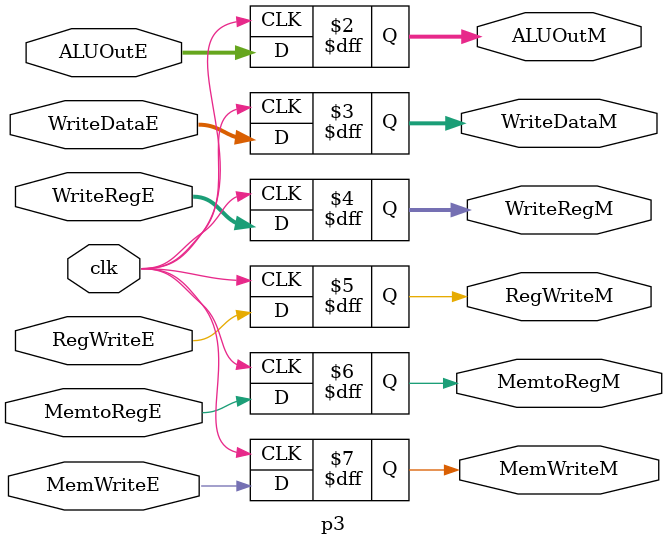
<source format=v>
module p3(input clk,
input[31:0] ALUOutE, WriteDataE, input[4:0] WriteRegE,//input data
output reg[31:0] ALUOutM, WriteDataM, output reg[4:0] WriteRegM,//output data
input RegWriteE, MemtoRegE, MemWriteE,//input control
output reg RegWriteM, MemtoRegM,MemWriteM);//output control
always @(posedge clk)
begin
ALUOutM<=ALUOutE;
WriteDataM<=WriteDataE;
WriteRegM<=WriteRegE;
RegWriteM<=RegWriteE;
MemtoRegM<=MemtoRegE;
MemWriteM<=MemWriteE;
end
endmodule

</source>
